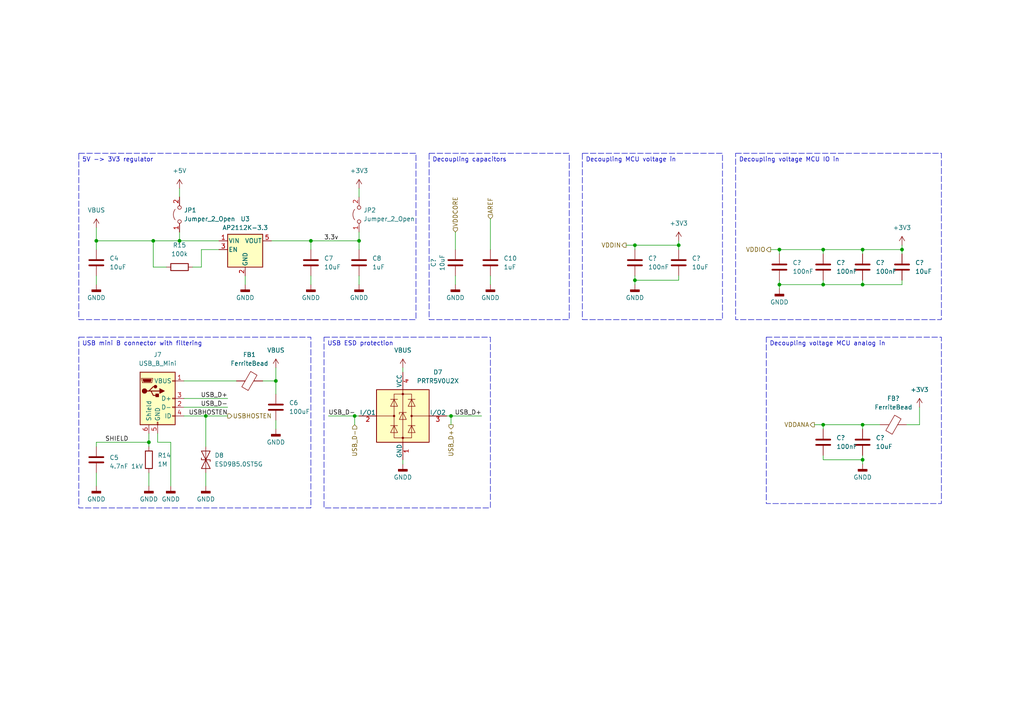
<source format=kicad_sch>
(kicad_sch (version 20230121) (generator eeschema)
  (paper "A4")
  (title_block (title "Led driver board BabySim") (date "06-09-2023") (rev "V1.0") (company "Health Concept Lab") (comment 1 "Author(s): Emiel Visser & Joris Bol"))
  (lib_symbols
    (symbol "Connector:USB_B_Mini" (pin_names (offset 1.016))
      (property "Reference" "J" (at -5.08 11.43 0))
      (property "Value" "USB_B_Mini" (at -5.08 8.89 0))
      (symbol "USB_B_Mini_0_1"
        (rectangle (start -5.08 -7.62) (end 5.08 7.62) (stroke (width 0.254)) (fill (type background)))
        (circle (center -3.81 2.159) (radius 0.635) (stroke (width 0.254)) (fill (type outline)))
        (circle (center -0.635 3.429) (radius 0.381) (stroke (width 0.254)) (fill (type outline)))
        (rectangle (start -0.127 -7.62) (end 0.127 -6.858))
        (polyline (pts (xy -1.905 2.159) (xy 0.635 2.159)) (stroke (width 0.254)))
        (polyline (pts (xy -3.175 2.159) (xy -2.54 2.159) (xy -1.27 3.429) (xy -0.635 3.429)) (stroke (width 0.254)))
        (polyline (pts (xy -2.54 2.159) (xy -1.905 2.159) (xy -1.27 0.889) (xy 0 0.889)) (stroke (width 0.254)))
        (polyline (pts (xy 0.635 2.794) (xy 0.635 1.524) (xy 1.905 2.159) (xy 0.635 2.794)) (stroke (width 0.254)) (fill (type outline)))
        (polyline (pts (xy -4.318 5.588) (xy -1.778 5.588) (xy -2.032 4.826) (xy -4.064 4.826) (xy -4.318 5.588)) (fill (type outline)))
        (polyline (pts (xy -4.699 5.842) (xy -4.699 5.588) (xy -4.445 4.826) (xy -4.445 4.572) (xy -1.651 4.572) (xy -1.651 4.826) (xy -1.397 5.588) (xy -1.397 5.842) (xy -4.699 5.842)))
        (rectangle (start 0.254 1.27) (end -0.508 0.508) (stroke (width 0.254)) (fill (type outline)))
        (rectangle (start 5.08 -5.207) (end 4.318 -4.953))
        (rectangle (start 5.08 -2.667) (end 4.318 -2.413))
        (rectangle (start 5.08 -0.127) (end 4.318 0.127))
        (rectangle (start 5.08 4.953) (end 4.318 5.207))
      )
      (symbol "USB_B_Mini_1_1"
        (pin power_out line (at 7.62 5.08 180) (length 2.54) (name "VBUS") (number "1"))
        (pin bidirectional line (at 7.62 -2.54 180) (length 2.54) (name "D-") (number "2"))
        (pin bidirectional line (at 7.62 0 180) (length 2.54) (name "D+") (number "3"))
        (pin passive line (at 7.62 -5.08 180) (length 2.54) (name "ID") (number "4"))
        (pin power_out line (at 0 -10.16 90) (length 2.54) (name "GND") (number "5"))
        (pin passive line (at -2.54 -10.16 90) (length 2.54) (name "Shield") (number "6"))
      )
    )
    (symbol "Device:C" (pin_numbers hide) (pin_names (offset 0.254))
      (property "Reference" "C" (at 0.635 2.54 0))
      (property "Value" "C" (at 0.635 -2.54 0))
      (symbol "C_0_1"
        (polyline (pts (xy -2.032 -0.762) (xy 2.032 -0.762)) (stroke (width 0.508)))
        (polyline (pts (xy -2.032 0.762) (xy 2.032 0.762)) (stroke (width 0.508)))
      )
      (symbol "C_1_1"
        (pin passive line (at 0 3.81 270) (length 2.794) (name "~") (number "1"))
        (pin passive line (at 0 -3.81 90) (length 2.794) (name "~") (number "2"))
      )
    )
    (symbol "Device:FerriteBead" (pin_numbers hide) (pin_names (offset 0))
      (property "Reference" "FB" (at -3.81 0.635 90))
      (property "Value" "FerriteBead" (at 3.81 0 90))
      (symbol "FerriteBead_0_1"
        (polyline (pts (xy 0 -1.27) (xy 0 -1.2192)))
        (polyline (pts (xy 0 1.27) (xy 0 1.2954)))
        (polyline (pts (xy -2.7686 0.4064) (xy -1.7018 2.2606) (xy 2.7686 -0.3048) (xy 1.6764 -2.159) (xy -2.7686 0.4064)))
      )
      (symbol "FerriteBead_1_1"
        (pin passive line (at 0 3.81 270) (length 2.54) (name "~") (number "1"))
        (pin passive line (at 0 -3.81 90) (length 2.54) (name "~") (number "2"))
      )
    )
    (symbol "Device:R" (pin_numbers hide) (pin_names (offset 0))
      (property "Reference" "R" (at 2.032 0 90))
      (property "Value" "R" (at 0 0 90))
      (symbol "R_0_1"
        (rectangle (start -1.016 -2.54) (end 1.016 2.54) (stroke (width 0.254)))
      )
      (symbol "R_1_1"
        (pin passive line (at 0 3.81 270) (length 1.27) (name "~") (number "1"))
        (pin passive line (at 0 -3.81 90) (length 1.27) (name "~") (number "2"))
      )
    )
    (symbol "Diode:ESD9B5.0ST5G" (pin_numbers hide) (pin_names (offset 1.016) hide)
      (property "Reference" "D" (at 0 2.54 0))
      (property "Value" "ESD9B5.0ST5G" (at 0 -2.54 0))
      (symbol "ESD9B5.0ST5G_0_1"
        (polyline (pts (xy 1.27 0) (xy -1.27 0)))
        (polyline (pts (xy -2.54 -1.27) (xy 0 0) (xy -2.54 1.27) (xy -2.54 -1.27)) (stroke (width 0.2032)))
        (polyline (pts (xy 0.508 1.27) (xy 0 1.27) (xy 0 -1.27) (xy -0.508 -1.27)) (stroke (width 0.2032)))
        (polyline (pts (xy 2.54 1.27) (xy 2.54 -1.27) (xy 0 0) (xy 2.54 1.27)) (stroke (width 0.2032)))
      )
      (symbol "ESD9B5.0ST5G_1_1"
        (pin passive line (at -3.81 0 0) (length 2.54) (name "A1") (number "1"))
        (pin passive line (at 3.81 0 180) (length 2.54) (name "A2") (number "2"))
      )
    )
    (symbol "Jumper:Jumper_2_Open" (pin_names (offset 0) hide)
      (property "Reference" "JP" (at 0 2.794 0))
      (property "Value" "Jumper_2_Open" (at 0 -2.286 0))
      (symbol "Jumper_2_Open_0_0"
        (circle (center -2.032 0) (radius 0.508))
        (circle (center 2.032 0) (radius 0.508))
      )
      (symbol "Jumper_2_Open_0_1"
        (arc (start 1.524 1.27) (mid 0 1.778) (end -1.524 1.27))
      )
      (symbol "Jumper_2_Open_1_1"
        (pin passive line (at -5.08 0 0) (length 2.54) (name "A") (number "1"))
        (pin passive line (at 5.08 0 180) (length 2.54) (name "B") (number "2"))
      )
    )
    (symbol "Power_Protection:PRTR5V0U2X" (pin_names (offset 0))
      (property "Reference" "D" (at 2.794 8.636 0))
      (property "Value" "PRTR5V0U2X" (at 8.128 -9.398 0))
      (symbol "PRTR5V0U2X_0_1"
        (rectangle (start -7.62 -7.62) (end 7.62 7.62) (stroke (width 0.254)) (fill (type background)))
        (circle (center -2.54 0) (radius 0.254) (fill (type outline)))
        (rectangle (start -2.54 6.35) (end 2.54 -6.35))
        (circle (center 0 -6.35) (radius 0.254) (fill (type outline)))
        (polyline (pts (xy -2.54 0) (xy -7.62 0)))
        (polyline (pts (xy -1.524 -2.794) (xy -3.556 -2.794)))
        (polyline (pts (xy -1.524 4.826) (xy -3.556 4.826)))
        (polyline (pts (xy 0 -7.62) (xy 0 7.62)))
        (polyline (pts (xy 1.524 -2.794) (xy 3.556 -2.794)))
        (polyline (pts (xy 1.524 4.826) (xy 3.556 4.826)))
        (polyline (pts (xy 2.54 0) (xy 7.62 0)))
        (polyline (pts (xy 1.016 1.016) (xy -1.016 1.016) (xy -1.016 0.508)))
        (polyline (pts (xy -3.556 -4.826) (xy -1.524 -4.826) (xy -2.54 -2.794) (xy -3.556 -4.826)))
        (polyline (pts (xy -3.556 2.794) (xy -1.524 2.794) (xy -2.54 4.826) (xy -3.556 2.794)))
        (polyline (pts (xy -1.016 -1.016) (xy 1.016 -1.016) (xy 0 1.016) (xy -1.016 -1.016)))
        (polyline (pts (xy 3.556 -4.826) (xy 1.524 -4.826) (xy 2.54 -2.794) (xy 3.556 -4.826)))
        (polyline (pts (xy 3.556 2.794) (xy 1.524 2.794) (xy 2.54 4.826) (xy 3.556 2.794)))
        (circle (center 0 6.35) (radius 0.254) (fill (type outline)))
        (circle (center 2.54 0) (radius 0.254) (fill (type outline)))
      )
      (symbol "PRTR5V0U2X_1_1"
        (pin passive line (at 0 -12.7 90) (length 5.08) (name "GND") (number "1"))
        (pin passive line (at -12.7 0 0) (length 5.08) (name "I/O1") (number "2"))
        (pin passive line (at 12.7 0 180) (length 5.08) (name "I/O2") (number "3"))
        (pin passive line (at 0 12.7 270) (length 5.08) (name "VCC") (number "4"))
      )
    )
    (symbol "Regulator_Linear:AP2112K-3.3" (pin_names (offset 0.254))
      (property "Reference" "U" (at -5.08 5.715 0))
      (property "Value" "AP2112K-3.3" (at 0 5.715 0))
      (symbol "AP2112K-3.3_0_1"
        (rectangle (start -5.08 4.445) (end 5.08 -5.08) (stroke (width 0.254)) (fill (type background)))
      )
      (symbol "AP2112K-3.3_1_1"
        (pin power_in line (at -7.62 2.54 0) (length 2.54) (name "VIN") (number "1"))
        (pin power_in line (at 0 -7.62 90) (length 2.54) (name "GND") (number "2"))
        (pin input line (at -7.62 0 0) (length 2.54) (name "EN") (number "3"))
        (pin no_connect line (at 5.08 0 180) (length 2.54) hide (name "NC") (number "4"))
        (pin power_out line (at 7.62 2.54 180) (length 2.54) (name "VOUT") (number "5"))
      )
    )
    (symbol "power:+3V3" (power) (pin_names (offset 0))
      (property "Value" "+3V3" (at 0 3.556 0))
      (symbol "+3V3_0_1"
        (polyline (pts (xy -0.762 1.27) (xy 0 2.54)))
        (polyline (pts (xy 0 0) (xy 0 2.54)))
        (polyline (pts (xy 0 2.54) (xy 0.762 1.27)))
      )
      (symbol "+3V3_1_1"
        (pin power_in line (at 0 0 90) (length 0) hide (name "+3V3") (number "1"))
      )
    )
    (symbol "power:+5V" (power) (pin_names (offset 0))
      (property "Value" "+5V" (at 0 3.556 0))
      (symbol "+5V_0_1"
        (polyline (pts (xy -0.762 1.27) (xy 0 2.54)))
        (polyline (pts (xy 0 0) (xy 0 2.54)))
        (polyline (pts (xy 0 2.54) (xy 0.762 1.27)))
      )
      (symbol "+5V_1_1"
        (pin power_in line (at 0 0 90) (length 0) hide (name "+5V") (number "1"))
      )
    )
    (symbol "power:GNDD" (power) (pin_names (offset 0))
      (property "Value" "GNDD" (at 0 -3.175 0))
      (symbol "GNDD_0_1"
        (rectangle (start -1.27 -1.524) (end 1.27 -2.032) (stroke (width 0.254)) (fill (type outline)))
        (polyline (pts (xy 0 0) (xy 0 -1.524)))
      )
      (symbol "GNDD_1_1"
        (pin power_in line (at 0 0 270) (length 0) hide (name "GNDD") (number "1"))
      )
    )
    (symbol "power:VBUS" (power) (pin_names (offset 0))
      (property "Value" "VBUS" (at 0 3.81 0))
      (symbol "VBUS_0_1"
        (polyline (pts (xy -0.762 1.27) (xy 0 2.54)))
        (polyline (pts (xy 0 0) (xy 0 2.54)))
        (polyline (pts (xy 0 2.54) (xy 0.762 1.27)))
      )
      (symbol "VBUS_1_1"
        (pin power_in line (at 0 0 90) (length 0) hide (name "VBUS") (number "1"))
      )
    )
  )
  (junction (at 250.19 123.19))
  (junction (at 226.06 72.39))
  (junction (at 90.17 69.85))
  (junction (at 261.62 72.39))
  (junction (at 238.76 123.19))
  (junction (at 52.07 69.85))
  (junction (at 250.19 72.39))
  (junction (at 250.19 133.35))
  (junction (at 44.45 69.85))
  (junction (at 250.19 82.55))
  (junction (at 102.87 120.65))
  (junction (at 130.81 120.65))
  (junction (at 238.76 82.55))
  (junction (at 196.85 71.12))
  (junction (at 184.15 81.28))
  (junction (at 184.15 71.12))
  (junction (at 59.69 120.65))
  (junction (at 238.76 72.39))
  (junction (at 104.14 69.85))
  (junction (at 43.18 128.27))
  (junction (at 80.01 110.49))
  (junction (at 27.94 69.85))
  (junction (at 226.06 82.55))
  (wire (pts (xy 52.07 54.61) (xy 52.07 57.15)))
  (wire (pts (xy 226.06 83.82) (xy 226.06 82.55)))
  (wire (pts (xy 238.76 124.46) (xy 238.76 123.19)))
  (wire (pts (xy 238.76 72.39) (xy 238.76 73.66)))
  (wire (pts (xy 238.76 81.28) (xy 238.76 82.55)))
  (wire (pts (xy 90.17 69.85) (xy 104.14 69.85)))
  (wire (pts (xy 184.15 81.28) (xy 184.15 82.55)))
  (wire (pts (xy 261.62 71.12) (xy 261.62 72.39)))
  (wire (pts (xy 43.18 137.16) (xy 43.18 140.97)))
  (wire (pts (xy 226.06 81.28) (xy 226.06 82.55)))
  (wire (pts (xy 43.18 125.73) (xy 43.18 128.27)))
  (wire (pts (xy 261.62 82.55) (xy 250.19 82.55)))
  (wire (pts (xy 129.54 120.65) (xy 130.81 120.65)))
  (wire (pts (xy 226.06 72.39) (xy 223.52 72.39)))
  (wire (pts (xy 116.84 106.68) (xy 116.84 107.95)))
  (wire (pts (xy 53.34 118.11) (xy 66.04 118.11)))
  (wire (pts (xy 104.14 54.61) (xy 104.14 57.15)))
  (wire (pts (xy 250.19 72.39) (xy 261.62 72.39)))
  (wire (pts (xy 250.19 133.35) (xy 250.19 132.08)))
  (wire (pts (xy 53.34 110.49) (xy 68.58 110.49)))
  (wire (pts (xy 27.94 129.54) (xy 27.94 128.27)))
  (wire (pts (xy 52.07 69.85) (xy 63.5 69.85)))
  (wire (pts (xy 226.06 72.39) (xy 226.06 73.66)))
  (wire (pts (xy 27.94 80.01) (xy 27.94 82.55)))
  (wire (pts (xy 196.85 80.01) (xy 196.85 81.28)))
  (wire (pts (xy 80.01 106.68) (xy 80.01 110.49)))
  (wire (pts (xy 130.81 120.65) (xy 139.7 120.65)))
  (wire (pts (xy 238.76 82.55) (xy 226.06 82.55)))
  (wire (pts (xy 49.53 140.97) (xy 49.53 128.27)))
  (wire (pts (xy 261.62 73.66) (xy 261.62 72.39)))
  (wire (pts (xy 58.42 77.47) (xy 55.88 77.47)))
  (wire (pts (xy 58.42 72.39) (xy 58.42 77.47)))
  (wire (pts (xy 250.19 123.19) (xy 250.19 124.46)))
  (wire (pts (xy 104.14 80.01) (xy 104.14 82.55)))
  (wire (pts (xy 71.12 80.01) (xy 71.12 82.55)))
  (wire (pts (xy 196.85 81.28) (xy 184.15 81.28)))
  (wire (pts (xy 196.85 71.12) (xy 184.15 71.12)))
  (wire (pts (xy 80.01 121.92) (xy 80.01 124.46)))
  (wire (pts (xy 95.25 120.65) (xy 102.87 120.65)))
  (wire (pts (xy 76.2 110.49) (xy 80.01 110.49)))
  (wire (pts (xy 226.06 72.39) (xy 238.76 72.39)))
  (wire (pts (xy 80.01 110.49) (xy 80.01 114.3)))
  (wire (pts (xy 104.14 69.85) (xy 104.14 72.39)))
  (wire (pts (xy 43.18 128.27) (xy 43.18 129.54)))
  (wire (pts (xy 250.19 134.62) (xy 250.19 133.35)))
  (wire (pts (xy 250.19 81.28) (xy 250.19 82.55)))
  (wire (pts (xy 63.5 72.39) (xy 58.42 72.39)))
  (wire (pts (xy 27.94 137.16) (xy 27.94 140.97)))
  (wire (pts (xy 66.04 120.65) (xy 59.69 120.65)))
  (wire (pts (xy 90.17 80.01) (xy 90.17 82.55)))
  (wire (pts (xy 52.07 67.31) (xy 52.07 69.85)))
  (wire (pts (xy 27.94 128.27) (xy 43.18 128.27)))
  (wire (pts (xy 261.62 81.28) (xy 261.62 82.55)))
  (wire (pts (xy 44.45 77.47) (xy 44.45 69.85)))
  (wire (pts (xy 196.85 72.39) (xy 196.85 71.12)))
  (wire (pts (xy 45.72 128.27) (xy 45.72 125.73)))
  (wire (pts (xy 78.74 69.85) (xy 90.17 69.85)))
  (wire (pts (xy 142.24 63.5) (xy 142.24 72.39)))
  (wire (pts (xy 238.76 72.39) (xy 250.19 72.39)))
  (wire (pts (xy 49.53 128.27) (xy 45.72 128.27)))
  (wire (pts (xy 27.94 66.04) (xy 27.94 69.85)))
  (wire (pts (xy 102.87 120.65) (xy 104.14 120.65)))
  (wire (pts (xy 238.76 132.08) (xy 238.76 133.35)))
  (wire (pts (xy 236.22 123.19) (xy 238.76 123.19)))
  (wire (pts (xy 142.24 80.01) (xy 142.24 82.55)))
  (wire (pts (xy 196.85 69.85) (xy 196.85 71.12)))
  (wire (pts (xy 250.19 72.39) (xy 250.19 73.66)))
  (wire (pts (xy 27.94 69.85) (xy 44.45 69.85)))
  (wire (pts (xy 59.69 137.16) (xy 59.69 140.97)))
  (wire (pts (xy 59.69 120.65) (xy 53.34 120.65)))
  (wire (pts (xy 116.84 133.35) (xy 116.84 134.62)))
  (wire (pts (xy 44.45 77.47) (xy 48.26 77.47)))
  (wire (pts (xy 184.15 80.01) (xy 184.15 81.28)))
  (wire (pts (xy 266.7 123.19) (xy 266.7 118.11)))
  (wire (pts (xy 262.89 123.19) (xy 266.7 123.19)))
  (wire (pts (xy 27.94 72.39) (xy 27.94 69.85)))
  (wire (pts (xy 132.08 80.01) (xy 132.08 82.55)))
  (wire (pts (xy 184.15 71.12) (xy 184.15 72.39)))
  (wire (pts (xy 59.69 120.65) (xy 59.69 129.54)))
  (wire (pts (xy 238.76 133.35) (xy 250.19 133.35)))
  (wire (pts (xy 238.76 123.19) (xy 250.19 123.19)))
  (wire (pts (xy 53.34 115.57) (xy 66.04 115.57)))
  (wire (pts (xy 104.14 67.31) (xy 104.14 69.85)))
  (wire (pts (xy 102.87 120.65) (xy 102.87 123.19)))
  (wire (pts (xy 132.08 67.31) (xy 132.08 72.39)))
  (wire (pts (xy 44.45 69.85) (xy 52.07 69.85)))
  (wire (pts (xy 238.76 82.55) (xy 250.19 82.55)))
  (wire (pts (xy 181.61 71.12) (xy 184.15 71.12)))
  (wire (pts (xy 255.27 123.19) (xy 250.19 123.19)))
  (wire (pts (xy 130.81 120.65) (xy 130.81 123.19)))
  (wire (pts (xy 90.17 72.39) (xy 90.17 69.85)))
  (text_box "Decoupling voltage MCU analog in" (at 222.25 97.79 0) (size 50.8 48.26) (stroke (width 0) (type dash)) (effects (font (size 1.27 1.27)) (justify left top)))
  (text_box "5V -> 3V3 regulator" (at 22.86 44.45 0) (size 97.79 48.26) (stroke (width 0) (type dash)) (effects (font (size 1.27 1.27)) (justify left top)))
  (text_box "Decoupling MCU voltage in" (at 168.91 44.45 0) (size 40.64 48.26) (stroke (width 0) (type dash)) (effects (font (size 1.27 1.27)) (justify left top)))
  (text_box "USB ESD protection" (at 93.98 97.79 0) (size 48.26 49.53) (stroke (width 0) (type dash)) (effects (font (size 1.27 1.27)) (justify left top)))
  (text_box "Decoupling capacitors" (at 124.46 44.45 0) (size 40.64 48.26) (stroke (width 0) (type dash)) (effects (font (size 1.27 1.27)) (justify left top)))
  (text_box "USB mini B connector with filtering" (at 22.86 97.79 0) (size 67.31 49.53) (stroke (width 0) (type dash)) (effects (font (size 1.27 1.27)) (justify left top)))
  (text_box "Decoupling voltage MCU IO in" (at 213.36 44.45 0) (size 59.69 48.26) (stroke (width 0) (type dash)) (effects (font (size 1.27 1.27)) (justify left top)))
  (label "USB_D+" (at 139.7 120.65 180))
  (label "USB_D+" (at 66.04 115.57 180))
  (label "USB_D-" (at 95.25 120.65 0))
  (label "3.3v" (at 93.98 69.85 0))
  (label "USBHOSTEN" (at 66.04 120.65 180))
  (label "USB_D-" (at 66.04 118.11 180))
  (label "SHIELD" (at 30.48 128.27 0))
  (hierarchical_label "VDDANA" (shape output) (at 236.22 123.19 180))
  (hierarchical_label "AREF" (shape input) (at 142.24 63.5 90))
  (hierarchical_label "USB_D+" (shape output) (at 130.81 123.19 270))
  (hierarchical_label "USBHOSTEN" (shape output) (at 66.04 120.65 0))
  (hierarchical_label "VDDIO" (shape output) (at 223.52 72.39 180))
  (hierarchical_label "USB_D-" (shape input) (at 102.87 123.19 270))
  (hierarchical_label "VDDCORE" (shape input) (at 132.08 67.31 90))
  (hierarchical_label "VDDIN" (shape output) (at 181.61 71.12 180))
  (symbol (lib_id "Jumper:Jumper_2_Open") (at 52.07 62.23 90) (unit 1)
    (property "Reference" "JP1" (at 53.34 60.96 90) (effects (justify right)))
    (property "Value" "Jumper_2_Open" (at 53.34 63.5 90) (effects (justify right)))
    (property "Footprint" "Jumper:SolderJumper-2_P1.3mm_Open_RoundedPad1.0x1.5mm" (effects hide))
  )
  (symbol (lib_id "Device:C") (at 238.76 128.27 0) (unit 1)
    (property "Reference" "C?" (at 242.57 127 0) (effects (justify left)))
    (property "Value" "100nF" (at 242.57 129.54 0) (effects (justify left)))
    (property "Footprint" "Capacitor_SMD:C_0603_1608Metric_Pad1.08x0.95mm_HandSolder" (effects hide))
    (instances (project "LedDriverBoard_V1.0" (path "" (reference "C?") (unit 1)) (path "" (reference "C15") (unit 1))))
  )
  (symbol (lib_id "Device:C") (at 261.62 77.47 0) (unit 1)
    (property "Reference" "C?" (at 265.43 76.2 0) (effects (justify left)))
    (property "Value" "10uF" (at 265.43 78.74 0) (effects (justify left)))
    (property "Footprint" "Capacitor_SMD:C_0603_1608Metric_Pad1.08x0.95mm_HandSolder" (effects hide))
    (instances (project "LedDriverBoard_V1.0" (path "" (reference "C?") (unit 1)) (path "" (reference "C18") (unit 1))))
  )
  (symbol (lib_id "power:GNDD") (at 43.18 140.97 0) (unit 1)
    (property "Reference" "#PWR040" (effects hide))
    (property "Value" "GNDD" (at 43.18 144.78 0))
  )
  (symbol (lib_id "Power_Protection:PRTR5V0U2X") (at 116.84 120.65 0) (unit 1)
    (property "Reference" "D7" (at 127 107.95 0))
    (property "Value" "PRTR5V0U2X" (at 127 110.49 0))
    (property "Footprint" "Package_TO_SOT_SMD:SOT-143" (effects hide))
    (property "Datasheet" "https://assets.nexperia.com/documents/data-sheet/PRTR5V0U2X.pdf" (effects hide))
    (instances (project "LedDriverBoard_V1.0" (path "" (reference "D7") (unit 1))) (project "Useless box - Limosaeufer" (path "" (reference "D?") (unit 1))))
  )
  (symbol (lib_id "Regulator_Linear:AP2112K-3.3") (at 71.12 72.39 0) (unit 1)
    (property "Reference" "U3" (at 71.12 63.5 0))
    (property "Value" "AP2112K-3.3" (at 71.12 66.04 0))
    (property "Footprint" "Package_TO_SOT_SMD:SOT-23-5" (effects hide))
    (property "Datasheet" "https://www.diodes.com/assets/Datasheets/AP2112.pdf" (effects hide))
  )
  (symbol (lib_id "Device:C") (at 196.85 76.2 0) (unit 1)
    (property "Reference" "C?" (at 200.66 74.93 0) (effects (justify left)))
    (property "Value" "10uF" (at 200.66 77.47 0) (effects (justify left)))
    (property "Footprint" "Capacitor_SMD:C_0603_1608Metric_Pad1.08x0.95mm_HandSolder" (effects hide))
    (instances (project "LedDriverBoard_V1.0" (path "" (reference "C?") (unit 1)) (path "" (reference "C12") (unit 1))))
  )
  (symbol (lib_id "power:GNDD") (at 226.06 83.82 0) (unit 1)
    (property "Reference" "#PWR?" (effects hide))
    (property "Value" "GNDD" (at 226.06 87.63 0))
    (instances (project "LedDriverBoard_V1.0" (path "" (reference "#PWR?") (unit 1)) (path "" (reference "#PWR055") (unit 1))))
  )
  (symbol (lib_id "power:GNDD") (at 71.12 82.55 0) (unit 1)
    (property "Reference" "#PWR043" (effects hide))
    (property "Value" "GNDD" (at 71.12 86.36 0))
  )
  (symbol (lib_id "Device:C") (at 27.94 133.35 0) (unit 1)
    (property "Reference" "C5" (at 31.75 132.715 0) (effects (justify left)))
    (property "Value" "4.7nF 1kV" (at 31.75 135.255 0) (effects (justify left)))
    (property "Footprint" "Capacitor_SMD:C_0805_2012Metric_Pad1.18x1.45mm_HandSolder" (effects hide))
    (instances (project "LedDriverBoard_V1.0" (path "" (reference "C5") (unit 1))) (project "Useless box - Limosaeufer" (path "" (reference "C?") (unit 1))))
  )
  (symbol (lib_id "power:GNDD") (at 27.94 140.97 0) (unit 1)
    (property "Reference" "#PWR039" (effects hide))
    (property "Value" "GNDD" (at 27.94 144.78 0))
  )
  (symbol (lib_id "power:GNDD") (at 116.84 134.62 0) (unit 1)
    (property "Reference" "#PWR050" (effects hide))
    (property "Value" "GNDD" (at 116.84 138.43 0))
  )
  (symbol (lib_id "power:VBUS") (at 27.94 66.04 0) (unit 1)
    (property "Reference" "#PWR037" (effects hide))
    (property "Value" "VBUS" (at 27.94 60.96 0))
  )
  (symbol (lib_id "Device:R") (at 43.18 133.35 0) (unit 1)
    (property "Reference" "R14" (at 45.72 132.08 0) (effects (justify left)))
    (property "Value" "1M" (at 45.72 134.62 0) (effects (justify left)))
    (property "Footprint" "Resistor_SMD:R_0603_1608Metric_Pad0.98x0.95mm_HandSolder" (effects hide))
    (instances (project "LedDriverBoard_V1.0" (path "" (reference "R14") (unit 1))) (project "Useless box - Limosaeufer" (path "" (reference "R?") (unit 1))))
  )
  (symbol (lib_id "Device:C") (at 250.19 77.47 0) (unit 1)
    (property "Reference" "C?" (at 254 76.2 0) (effects (justify left)))
    (property "Value" "100nF" (at 254 78.74 0) (effects (justify left)))
    (property "Footprint" "Capacitor_SMD:C_0603_1608Metric_Pad1.08x0.95mm_HandSolder" (effects hide))
    (instances (project "LedDriverBoard_V1.0" (path "" (reference "C?") (unit 1)) (path "" (reference "C16") (unit 1))))
  )
  (symbol (lib_id "Device:FerriteBead") (at 72.39 110.49 90) (unit 1)
    (property "Reference" "FB1" (at 72.3392 102.87 90))
    (property "Value" "FerriteBead" (at 72.3392 105.41 90))
    (property "Footprint" "Inductor_SMD:L_0805_2012Metric_Pad1.15x1.40mm_HandSolder" (effects hide))
  )
  (symbol (lib_id "power:GNDD") (at 132.08 82.55 0) (unit 1)
    (property "Reference" "#PWR?" (effects hide))
    (property "Value" "GNDD" (at 132.08 86.36 0))
    (instances (project "LedDriverBoard_V1.0" (path "" (reference "#PWR?") (unit 1)) (path "" (reference "#PWR051") (unit 1))))
  )
  (symbol (lib_id "Device:C") (at 142.24 76.2 0) (unit 1)
    (property "Reference" "C10" (at 146.05 74.93 0) (effects (justify left)))
    (property "Value" "1uF" (at 146.05 77.47 0) (effects (justify left)))
    (property "Footprint" "Capacitor_SMD:C_0603_1608Metric_Pad1.08x0.95mm_HandSolder" (effects hide))
  )
  (symbol (lib_id "Device:R") (at 52.07 77.47 90) (unit 1)
    (property "Reference" "R15" (at 52.07 71.12 90))
    (property "Value" "100k" (at 52.07 73.66 90))
    (property "Footprint" "Resistor_SMD:R_0603_1608Metric_Pad0.98x0.95mm_HandSolder" (effects hide))
  )
  (symbol (lib_id "power:GNDD") (at 27.94 82.55 0) (unit 1)
    (property "Reference" "#PWR038" (effects hide))
    (property "Value" "GNDD" (at 27.94 86.36 0))
  )
  (symbol (lib_id "Device:C") (at 90.17 76.2 0) (unit 1)
    (property "Reference" "C7" (at 93.98 74.93 0) (effects (justify left)))
    (property "Value" "10uF" (at 93.98 77.47 0) (effects (justify left)))
    (property "Footprint" "Capacitor_SMD:C_1206_3216Metric_Pad1.33x1.80mm_HandSolder" (effects hide))
  )
  (symbol (lib_id "power:+3V3") (at 196.85 69.85 0) (unit 1)
    (property "Reference" "#PWR?" (effects hide))
    (property "Value" "+3V3" (at 196.85 64.77 0))
    (instances (project "LedDriverBoard_V1.0" (path "" (reference "#PWR?") (unit 1)) (path "" (reference "#PWR054") (unit 1))))
  )
  (symbol (lib_id "Device:C") (at 238.76 77.47 0) (unit 1)
    (property "Reference" "C?" (at 242.57 76.2 0) (effects (justify left)))
    (property "Value" "100nF" (at 242.57 78.74 0) (effects (justify left)))
    (property "Footprint" "Capacitor_SMD:C_0603_1608Metric_Pad1.08x0.95mm_HandSolder" (effects hide))
    (instances (project "LedDriverBoard_V1.0" (path "" (reference "C?") (unit 1)) (path "" (reference "C14") (unit 1))))
  )
  (symbol (lib_id "Connector:USB_B_Mini") (at 45.72 115.57 0) (unit 1)
    (property "Reference" "J7" (at 45.72 102.87 0))
    (property "Value" "USB_B_Mini" (at 45.72 105.41 0))
    (property "Footprint" "Connector_USB:USB_Micro-B_Amphenol_10103594-0001LF_Horizontal" (effects hide))
  )
  (symbol (lib_id "power:GNDD") (at 142.24 82.55 0) (unit 1)
    (property "Reference" "#PWR052" (effects hide))
    (property "Value" "GNDD" (at 142.24 86.36 0))
  )
  (symbol (lib_id "Diode:ESD9B5.0ST5G") (at 59.69 133.35 90) (unit 1)
    (property "Reference" "D8" (at 62.23 132.08 90) (effects (justify right)))
    (property "Value" "ESD9B5.0ST5G" (at 62.23 134.62 90) (effects (justify right)))
    (property "Footprint" "Diode_SMD:D_SOD-923" (effects hide))
    (property "Datasheet" "https://www.onsemi.com/pub/Collateral/ESD9B-D.PDF" (effects hide))
  )
  (symbol (lib_id "Device:FerriteBead") (at 259.08 123.19 270) (unit 1)
    (property "Reference" "FB?" (at 259.1308 115.57 90))
    (property "Value" "FerriteBead" (at 259.1308 118.11 90))
    (property "Footprint" "Inductor_SMD:L_0805_2012Metric_Pad1.15x1.40mm_HandSolder" (effects hide))
    (instances (project "LedDriverBoard_V1.0" (path "" (reference "FB?") (unit 1)) (path "" (reference "FB2") (unit 1))))
  )
  (symbol (lib_id "power:GNDD") (at 184.15 82.55 0) (unit 1)
    (property "Reference" "#PWR?" (effects hide))
    (property "Value" "GNDD" (at 184.15 86.36 0))
    (instances (project "LedDriverBoard_V1.0" (path "" (reference "#PWR?") (unit 1)) (path "" (reference "#PWR053") (unit 1))))
  )
  (symbol (lib_id "Jumper:Jumper_2_Open") (at 104.14 62.23 90) (unit 1)
    (property "Reference" "JP2" (at 105.41 60.96 90) (effects (justify right)))
    (property "Value" "Jumper_2_Open" (at 105.41 63.5 90) (effects (justify right)))
    (property "Footprint" "Jumper:SolderJumper-2_P1.3mm_Open_RoundedPad1.0x1.5mm" (effects hide))
  )
  (symbol (lib_id "power:VBUS") (at 116.84 106.68 0) (unit 1)
    (property "Reference" "#PWR049" (effects hide))
    (property "Value" "VBUS" (at 116.84 101.6 0))
  )
  (symbol (lib_id "power:+5V") (at 52.07 54.61 0) (unit 1)
    (property "Reference" "#PWR042" (effects hide))
    (property "Value" "+5V" (at 52.07 49.53 0))
  )
  (symbol (lib_id "power:VBUS") (at 80.01 106.68 0) (unit 1)
    (property "Reference" "#PWR044" (effects hide))
    (property "Value" "VBUS" (at 80.01 101.6 0))
  )
  (symbol (lib_id "power:GNDD") (at 59.69 140.97 0) (unit 1)
    (property "Reference" "#PWR089" (effects hide))
    (property "Value" "GNDD" (at 59.69 144.78 0))
  )
  (symbol (lib_id "power:GNDD") (at 104.14 82.55 0) (unit 1)
    (property "Reference" "#PWR048" (effects hide))
    (property "Value" "GNDD" (at 104.14 86.36 0))
  )
  (symbol (lib_id "power:+3V3") (at 104.14 54.61 0) (unit 1)
    (property "Reference" "#PWR047" (effects hide))
    (property "Value" "+3V3" (at 104.14 49.53 0))
  )
  (symbol (lib_id "Device:C") (at 226.06 77.47 0) (unit 1)
    (property "Reference" "C?" (at 229.87 76.2 0) (effects (justify left)))
    (property "Value" "100nF" (at 229.87 78.74 0) (effects (justify left)))
    (property "Footprint" "Capacitor_SMD:C_0603_1608Metric_Pad1.08x0.95mm_HandSolder" (effects hide))
    (instances (project "LedDriverBoard_V1.0" (path "" (reference "C?") (unit 1)) (path "" (reference "C13") (unit 1))))
  )
  (symbol (lib_id "power:GNDD") (at 80.01 124.46 0) (unit 1)
    (property "Reference" "#PWR045" (effects hide))
    (property "Value" "GNDD" (at 80.01 128.27 0))
  )
  (symbol (lib_id "Device:C") (at 80.01 118.11 0) (unit 1)
    (property "Reference" "C6" (at 83.82 116.84 0) (effects (justify left)))
    (property "Value" "100uF" (at 83.82 119.38 0) (effects (justify left)))
    (property "Footprint" "Capacitor_SMD:C_0603_1608Metric_Pad1.08x0.95mm_HandSolder" (effects hide))
  )
  (symbol (lib_id "power:+3V3") (at 266.7 118.11 0) (unit 1)
    (property "Reference" "#PWR?" (effects hide))
    (property "Value" "+3V3" (at 266.7 113.03 0))
    (instances (project "LedDriverBoard_V1.0" (path "" (reference "#PWR?") (unit 1)) (path "" (reference "#PWR058") (unit 1))))
  )
  (symbol (lib_id "power:GNDD") (at 49.53 140.97 0) (unit 1)
    (property "Reference" "#PWR041" (effects hide))
    (property "Value" "GNDD" (at 49.53 144.78 0))
  )
  (symbol (lib_id "Device:C") (at 104.14 76.2 0) (unit 1)
    (property "Reference" "C8" (at 107.95 74.93 0) (effects (justify left)))
    (property "Value" "1uF" (at 107.95 77.47 0) (effects (justify left)))
    (property "Footprint" "Capacitor_SMD:C_1206_3216Metric_Pad1.33x1.80mm_HandSolder" (effects hide))
  )
  (symbol (lib_id "power:GNDD") (at 250.19 134.62 0) (unit 1)
    (property "Reference" "#PWR?" (effects hide))
    (property "Value" "GNDD" (at 250.19 138.43 0))
    (instances (project "LedDriverBoard_V1.0" (path "" (reference "#PWR?") (unit 1)) (path "" (reference "#PWR056") (unit 1))))
  )
  (symbol (lib_id "power:+3V3") (at 261.62 71.12 0) (unit 1)
    (property "Reference" "#PWR?" (effects hide))
    (property "Value" "+3V3" (at 261.62 66.04 0))
    (instances (project "LedDriverBoard_V1.0" (path "" (reference "#PWR?") (unit 1)) (path "" (reference "#PWR057") (unit 1))))
  )
  (symbol (lib_id "Device:C") (at 184.15 76.2 0) (unit 1)
    (property "Reference" "C?" (at 187.96 74.93 0) (effects (justify left)))
    (property "Value" "100nF" (at 187.96 77.47 0) (effects (justify left)))
    (property "Footprint" "Capacitor_SMD:C_0603_1608Metric_Pad1.08x0.95mm_HandSolder" (effects hide))
    (instances (project "LedDriverBoard_V1.0" (path "" (reference "C?") (unit 1)) (path "" (reference "C11") (unit 1))))
  )
  (symbol (lib_id "Device:C") (at 132.08 76.2 180) (unit 1)
    (property "Reference" "C?" (at 125.73 76.2 90))
    (property "Value" "10uF" (at 128.27 76.2 90))
    (property "Footprint" "Capacitor_SMD:C_0603_1608Metric_Pad1.08x0.95mm_HandSolder" (effects hide))
    (instances (project "LedDriverBoard_V1.0" (path "" (reference "C?") (unit 1)) (path "" (reference "C9") (unit 1))))
  )
  (symbol (lib_id "Device:C") (at 250.19 128.27 0) (unit 1)
    (property "Reference" "C?" (at 254 127 0) (effects (justify left)))
    (property "Value" "10uF" (at 254 129.54 0) (effects (justify left)))
    (property "Footprint" "Capacitor_SMD:C_0603_1608Metric_Pad1.08x0.95mm_HandSolder" (effects hide))
    (instances (project "LedDriverBoard_V1.0" (path "" (reference "C?") (unit 1)) (path "" (reference "C17") (unit 1))))
  )
  (symbol (lib_id "Device:C") (at 27.94 76.2 0) (unit 1)
    (property "Reference" "C4" (at 31.75 74.93 0) (effects (justify left)))
    (property "Value" "10uF" (at 31.75 77.47 0) (effects (justify left)))
    (property "Footprint" "Capacitor_SMD:C_1206_3216Metric_Pad1.33x1.80mm_HandSolder" (effects hide))
  )
  (symbol (lib_id "power:GNDD") (at 90.17 82.55 0) (unit 1)
    (property "Reference" "#PWR046" (effects hide))
    (property "Value" "GNDD" (at 90.17 86.36 0))
  )
)
</source>
